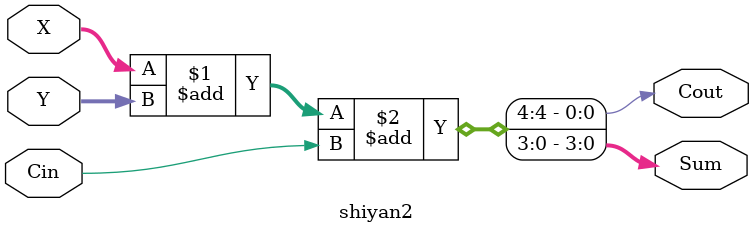
<source format=v>
`timescale 1ns / 1ps
module shiyan2(Sum,Cout,X,Y,Cin
    );
	 output[3:0]Sum;
	 output Cout;
	 input[3:0]X,Y;
	 input Cin;
	 assign{Cout,Sum}=X+Y+Cin;

endmodule

</source>
